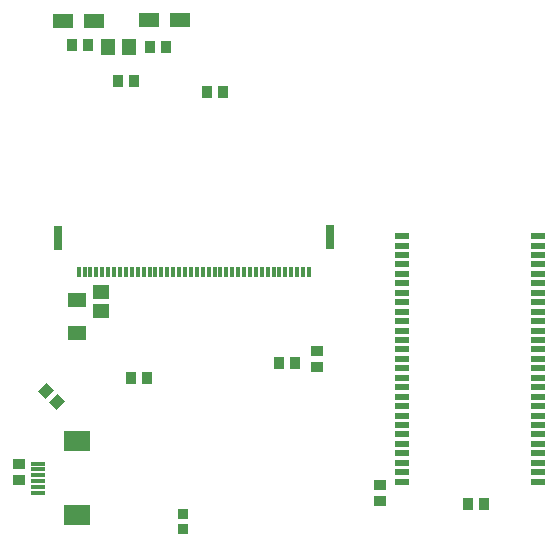
<source format=gbr>
%TF.GenerationSoftware,Altium Limited,Altium Designer,20.2.5 (213)*%
G04 Layer_Color=128*
%FSLAX44Y44*%
%MOMM*%
%TF.SameCoordinates,159794D8-7842-4491-B27A-FE66E37C9FAE*%
%TF.FilePolarity,Positive*%
%TF.FileFunction,Paste,Bot*%
%TF.Part,Single*%
G01*
G75*
%TA.AperFunction,SMDPad,SMDef*%
%ADD18R,0.9000X1.0000*%
%ADD19R,1.0000X0.9000*%
%ADD25R,0.9500X0.8500*%
%ADD36R,1.1500X1.3500*%
%ADD37R,1.6500X1.2000*%
%ADD38R,1.4000X1.3000*%
%ADD39R,1.3000X0.3000*%
%ADD40R,2.2000X1.8000*%
%ADD41R,1.8000X1.2300*%
%ADD42R,0.3000X0.8500*%
%ADD43R,0.8000X2.0000*%
%TA.AperFunction,SMDPad,CuDef*%
%ADD44R,1.1938X0.5080*%
%TA.AperFunction,SMDPad,SMDef*%
G04:AMPARAMS|DCode=45|XSize=1mm|YSize=0.9mm|CornerRadius=0mm|HoleSize=0mm|Usage=FLASHONLY|Rotation=45.000|XOffset=0mm|YOffset=0mm|HoleType=Round|Shape=Rectangle|*
%AMROTATEDRECTD45*
4,1,4,-0.0354,-0.6718,-0.6718,-0.0354,0.0354,0.6718,0.6718,0.0354,-0.0354,-0.6718,0.0*
%
%ADD45ROTATEDRECTD45*%

D18*
X485540Y878840D02*
D03*
X472040D02*
D03*
X406000Y880110D02*
D03*
X419500D02*
D03*
X444970Y849630D02*
D03*
X458470D02*
D03*
X754780Y491490D02*
D03*
X741280D02*
D03*
X533800Y840740D02*
D03*
X520300D02*
D03*
X469538Y598424D02*
D03*
X456038D02*
D03*
X594760Y610870D02*
D03*
X581260D02*
D03*
D19*
X666750Y507530D02*
D03*
Y494030D02*
D03*
X613410Y621430D02*
D03*
Y607930D02*
D03*
X361442Y512426D02*
D03*
Y525926D02*
D03*
D25*
X500380Y470708D02*
D03*
Y483708D02*
D03*
D36*
X437020Y878840D02*
D03*
X454520D02*
D03*
D37*
X410210Y636240D02*
D03*
Y664240D02*
D03*
D38*
X430530Y671194D02*
D03*
Y655194D02*
D03*
D39*
X377710Y526088D02*
D03*
Y521088D02*
D03*
Y516088D02*
D03*
Y511088D02*
D03*
Y506088D02*
D03*
Y501088D02*
D03*
D40*
X410210Y545088D02*
D03*
Y482088D02*
D03*
D41*
X471640Y901700D02*
D03*
X497840D02*
D03*
X424580Y900430D02*
D03*
X398380D02*
D03*
D42*
X606810Y688340D02*
D03*
X601810D02*
D03*
X596810D02*
D03*
X586810D02*
D03*
X581810D02*
D03*
X576810D02*
D03*
X566810D02*
D03*
X561810D02*
D03*
X556810D02*
D03*
X546810D02*
D03*
X541810D02*
D03*
X536810D02*
D03*
X526810D02*
D03*
X521810D02*
D03*
X516810D02*
D03*
X506810D02*
D03*
X501810D02*
D03*
X496810D02*
D03*
X486810D02*
D03*
X481810D02*
D03*
X476810D02*
D03*
X466810D02*
D03*
X461810D02*
D03*
X456810D02*
D03*
X446810D02*
D03*
X441810D02*
D03*
X436810D02*
D03*
X426810D02*
D03*
X421810D02*
D03*
X416810D02*
D03*
X591810D02*
D03*
X571810D02*
D03*
X551810D02*
D03*
X531810D02*
D03*
X511810D02*
D03*
X491810D02*
D03*
X471810D02*
D03*
X451810D02*
D03*
X431810D02*
D03*
X411810D02*
D03*
D43*
X624912Y717860D02*
D03*
X394392Y717296D02*
D03*
D44*
X685546Y510680D02*
D03*
Y518680D02*
D03*
Y526680D02*
D03*
Y534680D02*
D03*
Y542680D02*
D03*
Y550680D02*
D03*
Y558680D02*
D03*
Y566680D02*
D03*
Y574680D02*
D03*
Y582680D02*
D03*
Y590680D02*
D03*
Y598680D02*
D03*
Y606680D02*
D03*
Y614680D02*
D03*
Y622680D02*
D03*
Y630680D02*
D03*
Y638680D02*
D03*
Y646680D02*
D03*
Y654680D02*
D03*
Y662680D02*
D03*
Y670680D02*
D03*
Y678680D02*
D03*
Y686680D02*
D03*
Y694680D02*
D03*
Y702680D02*
D03*
Y710680D02*
D03*
Y718680D02*
D03*
X800354D02*
D03*
Y710680D02*
D03*
Y702680D02*
D03*
Y694680D02*
D03*
Y686680D02*
D03*
Y678680D02*
D03*
Y670680D02*
D03*
Y662680D02*
D03*
Y654680D02*
D03*
Y646680D02*
D03*
Y638680D02*
D03*
Y630680D02*
D03*
Y622680D02*
D03*
Y614680D02*
D03*
Y606680D02*
D03*
Y598680D02*
D03*
Y590680D02*
D03*
Y582680D02*
D03*
Y574680D02*
D03*
Y566680D02*
D03*
Y558680D02*
D03*
Y550680D02*
D03*
Y542680D02*
D03*
Y534680D02*
D03*
Y526680D02*
D03*
Y518680D02*
D03*
Y510680D02*
D03*
D45*
X383847Y587703D02*
D03*
X393393Y578157D02*
D03*
%TF.MD5,2be073366b7cf4829c0812f051b26c8b*%
M02*

</source>
